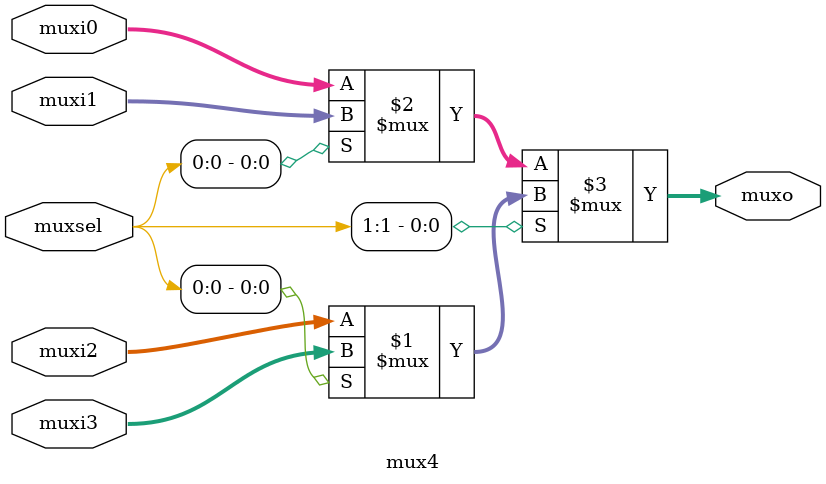
<source format=v>
module mux4 (
    muxi0, muxi1, muxi2, muxi3, muxo, muxsel
);

input [31:0] muxi0, muxi1, muxi2, muxi3;
output [31:0] muxo;
input [1:0] muxsel;

assign muxo = muxsel[1] ? (muxsel[0] ? muxi3 : muxi2) : (muxsel[0] ? muxi1 : muxi0);
    
endmodule
</source>
